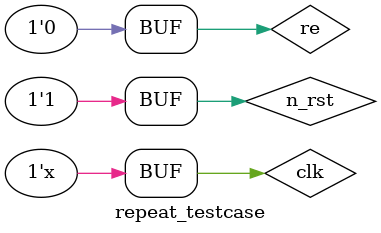
<source format=v>
module repeat_testcase;
    reg clk, n_rst;
//    reg active_in;
//    wire [3:0]position;
    wire [15:0]led;
    reg re;
//    wire active;
always  begin
   #5 clk=~clk;
end

initial begin
    clk=1;
    n_rst=0;
    #5 n_rst=1;
end    

initial begin
    #10 re=1;
    #5 re=0;
    #1000 re=1;
    #10 re=0;
end 
//main uut(.clk(clk),.reset_n(n_rst),.repeat_n(re),.led(led));  
ring_flasher uut(.clk(clk),.rst_n(n_rst),.led(led),.repeat_in(re));       
endmodule

</source>
